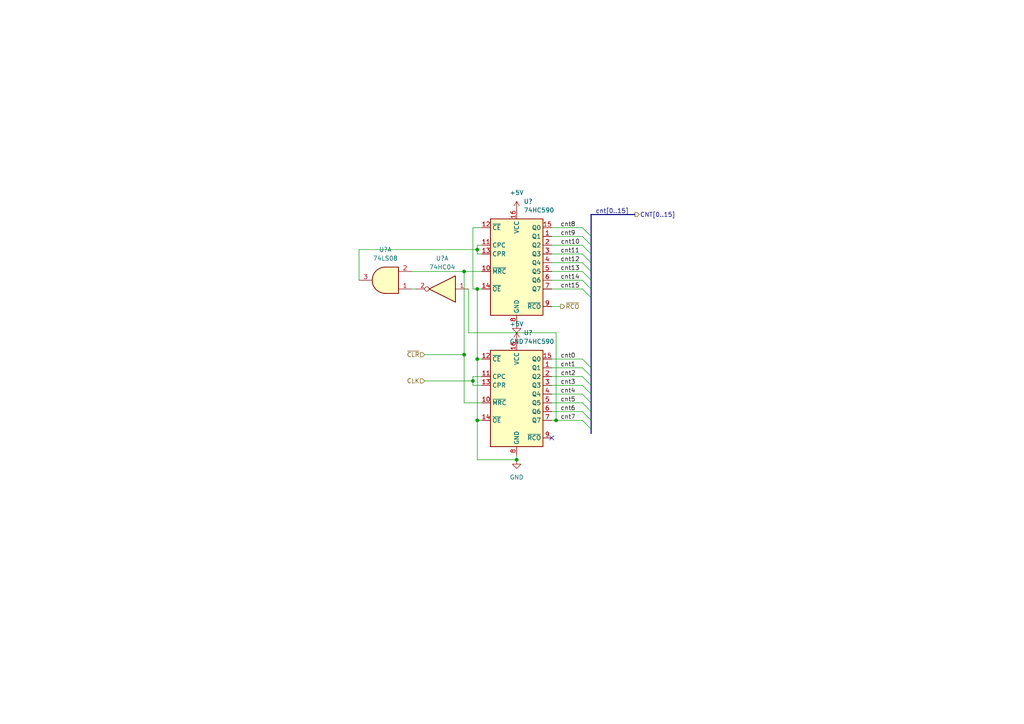
<source format=kicad_sch>
(kicad_sch (version 20211123) (generator eeschema)
  (paper "A4")
  (lib_symbols
    (symbol "74xx:74HC04"
      (property "Reference" "U" (at 0 1.27 0))
      (property "Value" "74HC04" (at 0 -1.27 0))
      (symbol "74HC04_1_0"
        (polyline (pts (xy -3.81 3.81) (xy -3.81 -3.81) (xy 3.81 0) (xy -3.81 3.81)) (stroke (width 0.254)) (fill (type background)))
        (pin input line (at -7.62 0 0) (length 3.81) (name "~") (number "1"))
        (pin output inverted (at 7.62 0 180) (length 3.81) (name "~") (number "2"))
      )
      (symbol "74HC04_2_0"
        (polyline (pts (xy -3.81 3.81) (xy -3.81 -3.81) (xy 3.81 0) (xy -3.81 3.81)) (stroke (width 0.254)) (fill (type background)))
        (pin input line (at -7.62 0 0) (length 3.81) (name "~") (number "3"))
        (pin output inverted (at 7.62 0 180) (length 3.81) (name "~") (number "4"))
      )
      (symbol "74HC04_3_0"
        (polyline (pts (xy -3.81 3.81) (xy -3.81 -3.81) (xy 3.81 0) (xy -3.81 3.81)) (stroke (width 0.254)) (fill (type background)))
        (pin input line (at -7.62 0 0) (length 3.81) (name "~") (number "5"))
        (pin output inverted (at 7.62 0 180) (length 3.81) (name "~") (number "6"))
      )
      (symbol "74HC04_4_0"
        (polyline (pts (xy -3.81 3.81) (xy -3.81 -3.81) (xy 3.81 0) (xy -3.81 3.81)) (stroke (width 0.254)) (fill (type background)))
        (pin output inverted (at 7.62 0 180) (length 3.81) (name "~") (number "8"))
        (pin input line (at -7.62 0 0) (length 3.81) (name "~") (number "9"))
      )
      (symbol "74HC04_5_0"
        (polyline (pts (xy -3.81 3.81) (xy -3.81 -3.81) (xy 3.81 0) (xy -3.81 3.81)) (stroke (width 0.254)) (fill (type background)))
        (pin output inverted (at 7.62 0 180) (length 3.81) (name "~") (number "10"))
        (pin input line (at -7.62 0 0) (length 3.81) (name "~") (number "11"))
      )
      (symbol "74HC04_6_0"
        (polyline (pts (xy -3.81 3.81) (xy -3.81 -3.81) (xy 3.81 0) (xy -3.81 3.81)) (stroke (width 0.254)) (fill (type background)))
        (pin output inverted (at 7.62 0 180) (length 3.81) (name "~") (number "12"))
        (pin input line (at -7.62 0 0) (length 3.81) (name "~") (number "13"))
      )
      (symbol "74HC04_7_0"
        (pin power_in line (at 0 12.7 270) (length 5.08) (name "VCC") (number "14"))
        (pin power_in line (at 0 -12.7 90) (length 5.08) (name "GND") (number "7"))
      )
      (symbol "74HC04_7_1"
        (rectangle (start -5.08 7.62) (end 5.08 -7.62) (stroke (width 0.254)) (fill (type background)))
      )
    )
    (symbol "74xx:74HC590"
      (property "Reference" "U" (at -7.62 16.51 0))
      (property "Value" "74HC590" (at -7.62 -13.97 0))
      (symbol "74HC590_1_0"
        (pin tri_state line (at 10.16 10.16 180) (length 2.54) (name "Q1") (number "1"))
        (pin input line (at -10.16 0 0) (length 2.54) (name "~{MRC}") (number "10"))
        (pin input line (at -10.16 7.62 0) (length 2.54) (name "CPC") (number "11"))
        (pin input line (at -10.16 12.7 0) (length 2.54) (name "~{CE}") (number "12"))
        (pin input line (at -10.16 5.08 0) (length 2.54) (name "CPR") (number "13"))
        (pin input line (at -10.16 -5.08 0) (length 2.54) (name "~{OE}") (number "14"))
        (pin tri_state line (at 10.16 12.7 180) (length 2.54) (name "Q0") (number "15"))
        (pin power_in line (at 0 17.78 270) (length 2.54) (name "VCC") (number "16"))
        (pin tri_state line (at 10.16 7.62 180) (length 2.54) (name "Q2") (number "2"))
        (pin tri_state line (at 10.16 5.08 180) (length 2.54) (name "Q3") (number "3"))
        (pin tri_state line (at 10.16 2.54 180) (length 2.54) (name "Q4") (number "4"))
        (pin tri_state line (at 10.16 0 180) (length 2.54) (name "Q5") (number "5"))
        (pin tri_state line (at 10.16 -2.54 180) (length 2.54) (name "Q6") (number "6"))
        (pin tri_state line (at 10.16 -5.08 180) (length 2.54) (name "Q7") (number "7"))
        (pin power_in line (at 0 -15.24 90) (length 2.54) (name "GND") (number "8"))
        (pin output line (at 10.16 -10.16 180) (length 2.54) (name "~{RCO}") (number "9"))
      )
      (symbol "74HC590_1_1"
        (rectangle (start -7.62 15.24) (end 7.62 -12.7) (stroke (width 0.254)) (fill (type background)))
      )
    )
    (symbol "74xx:74LS08" (pin_names (offset 1.016))
      (property "Reference" "U" (at 0 1.27 0))
      (property "Value" "74LS08" (at 0 -1.27 0))
      (symbol "74LS08_1_1"
        (arc (start 0 -3.81) (mid 3.81 0) (end 0 3.81) (stroke (width 0.254)) (fill (type background)))
        (polyline (pts (xy 0 3.81) (xy -3.81 3.81) (xy -3.81 -3.81) (xy 0 -3.81)) (stroke (width 0.254)) (fill (type background)))
        (pin input line (at -7.62 2.54 0) (length 3.81) (name "~") (number "1"))
        (pin input line (at -7.62 -2.54 0) (length 3.81) (name "~") (number "2"))
        (pin output line (at 7.62 0 180) (length 3.81) (name "~") (number "3"))
      )
      (symbol "74LS08_1_2"
        (arc (start -3.81 -3.81) (mid -2.589 0) (end -3.81 3.81) (stroke (width 0.254)))
        (arc (start -0.6096 -3.81) (mid 2.1842 -2.5851) (end 3.81 0) (stroke (width 0.254)) (fill (type background)))
        (polyline (pts (xy -3.81 -3.81) (xy -0.635 -3.81)) (stroke (width 0.254)) (fill (type background)))
        (polyline (pts (xy -3.81 3.81) (xy -0.635 3.81)) (stroke (width 0.254)) (fill (type background)))
        (polyline (pts (xy -0.635 3.81) (xy -3.81 3.81) (xy -3.81 3.81) (xy -3.556 3.4036) (xy -3.0226 2.2606) (xy -2.6924 1.0414) (xy -2.6162 -0.254) (xy -2.7686 -1.4986) (xy -3.175 -2.7178) (xy -3.81 -3.81) (xy -3.81 -3.81) (xy -0.635 -3.81)) (stroke (width -25.4)) (fill (type background)))
        (arc (start 3.81 0) (mid 2.1915 2.5936) (end -0.6096 3.81) (stroke (width 0.254)) (fill (type background)))
        (pin input inverted (at -7.62 2.54 0) (length 4.318) (name "~") (number "1"))
        (pin input inverted (at -7.62 -2.54 0) (length 4.318) (name "~") (number "2"))
        (pin output inverted (at 7.62 0 180) (length 3.81) (name "~") (number "3"))
      )
      (symbol "74LS08_2_1"
        (arc (start 0 -3.81) (mid 3.81 0) (end 0 3.81) (stroke (width 0.254)) (fill (type background)))
        (polyline (pts (xy 0 3.81) (xy -3.81 3.81) (xy -3.81 -3.81) (xy 0 -3.81)) (stroke (width 0.254)) (fill (type background)))
        (pin input line (at -7.62 2.54 0) (length 3.81) (name "~") (number "4"))
        (pin input line (at -7.62 -2.54 0) (length 3.81) (name "~") (number "5"))
        (pin output line (at 7.62 0 180) (length 3.81) (name "~") (number "6"))
      )
      (symbol "74LS08_2_2"
        (arc (start -3.81 -3.81) (mid -2.589 0) (end -3.81 3.81) (stroke (width 0.254)))
        (arc (start -0.6096 -3.81) (mid 2.1842 -2.5851) (end 3.81 0) (stroke (width 0.254)) (fill (type background)))
        (polyline (pts (xy -3.81 -3.81) (xy -0.635 -3.81)) (stroke (width 0.254)) (fill (type background)))
        (polyline (pts (xy -3.81 3.81) (xy -0.635 3.81)) (stroke (width 0.254)) (fill (type background)))
        (polyline (pts (xy -0.635 3.81) (xy -3.81 3.81) (xy -3.81 3.81) (xy -3.556 3.4036) (xy -3.0226 2.2606) (xy -2.6924 1.0414) (xy -2.6162 -0.254) (xy -2.7686 -1.4986) (xy -3.175 -2.7178) (xy -3.81 -3.81) (xy -3.81 -3.81) (xy -0.635 -3.81)) (stroke (width -25.4)) (fill (type background)))
        (arc (start 3.81 0) (mid 2.1915 2.5936) (end -0.6096 3.81) (stroke (width 0.254)) (fill (type background)))
        (pin input inverted (at -7.62 2.54 0) (length 4.318) (name "~") (number "4"))
        (pin input inverted (at -7.62 -2.54 0) (length 4.318) (name "~") (number "5"))
        (pin output inverted (at 7.62 0 180) (length 3.81) (name "~") (number "6"))
      )
      (symbol "74LS08_3_1"
        (arc (start 0 -3.81) (mid 3.81 0) (end 0 3.81) (stroke (width 0.254)) (fill (type background)))
        (polyline (pts (xy 0 3.81) (xy -3.81 3.81) (xy -3.81 -3.81) (xy 0 -3.81)) (stroke (width 0.254)) (fill (type background)))
        (pin input line (at -7.62 -2.54 0) (length 3.81) (name "~") (number "10"))
        (pin output line (at 7.62 0 180) (length 3.81) (name "~") (number "8"))
        (pin input line (at -7.62 2.54 0) (length 3.81) (name "~") (number "9"))
      )
      (symbol "74LS08_3_2"
        (arc (start -3.81 -3.81) (mid -2.589 0) (end -3.81 3.81) (stroke (width 0.254)))
        (arc (start -0.6096 -3.81) (mid 2.1842 -2.5851) (end 3.81 0) (stroke (width 0.254)) (fill (type background)))
        (polyline (pts (xy -3.81 -3.81) (xy -0.635 -3.81)) (stroke (width 0.254)) (fill (type background)))
        (polyline (pts (xy -3.81 3.81) (xy -0.635 3.81)) (stroke (width 0.254)) (fill (type background)))
        (polyline (pts (xy -0.635 3.81) (xy -3.81 3.81) (xy -3.81 3.81) (xy -3.556 3.4036) (xy -3.0226 2.2606) (xy -2.6924 1.0414) (xy -2.6162 -0.254) (xy -2.7686 -1.4986) (xy -3.175 -2.7178) (xy -3.81 -3.81) (xy -3.81 -3.81) (xy -0.635 -3.81)) (stroke (width -25.4)) (fill (type background)))
        (arc (start 3.81 0) (mid 2.1915 2.5936) (end -0.6096 3.81) (stroke (width 0.254)) (fill (type background)))
        (pin input inverted (at -7.62 -2.54 0) (length 4.318) (name "~") (number "10"))
        (pin output inverted (at 7.62 0 180) (length 3.81) (name "~") (number "8"))
        (pin input inverted (at -7.62 2.54 0) (length 4.318) (name "~") (number "9"))
      )
      (symbol "74LS08_4_1"
        (arc (start 0 -3.81) (mid 3.81 0) (end 0 3.81) (stroke (width 0.254)) (fill (type background)))
        (polyline (pts (xy 0 3.81) (xy -3.81 3.81) (xy -3.81 -3.81) (xy 0 -3.81)) (stroke (width 0.254)) (fill (type background)))
        (pin output line (at 7.62 0 180) (length 3.81) (name "~") (number "11"))
        (pin input line (at -7.62 2.54 0) (length 3.81) (name "~") (number "12"))
        (pin input line (at -7.62 -2.54 0) (length 3.81) (name "~") (number "13"))
      )
      (symbol "74LS08_4_2"
        (arc (start -3.81 -3.81) (mid -2.589 0) (end -3.81 3.81) (stroke (width 0.254)))
        (arc (start -0.6096 -3.81) (mid 2.1842 -2.5851) (end 3.81 0) (stroke (width 0.254)) (fill (type background)))
        (polyline (pts (xy -3.81 -3.81) (xy -0.635 -3.81)) (stroke (width 0.254)) (fill (type background)))
        (polyline (pts (xy -3.81 3.81) (xy -0.635 3.81)) (stroke (width 0.254)) (fill (type background)))
        (polyline (pts (xy -0.635 3.81) (xy -3.81 3.81) (xy -3.81 3.81) (xy -3.556 3.4036) (xy -3.0226 2.2606) (xy -2.6924 1.0414) (xy -2.6162 -0.254) (xy -2.7686 -1.4986) (xy -3.175 -2.7178) (xy -3.81 -3.81) (xy -3.81 -3.81) (xy -0.635 -3.81)) (stroke (width -25.4)) (fill (type background)))
        (arc (start 3.81 0) (mid 2.1915 2.5936) (end -0.6096 3.81) (stroke (width 0.254)) (fill (type background)))
        (pin output inverted (at 7.62 0 180) (length 3.81) (name "~") (number "11"))
        (pin input inverted (at -7.62 2.54 0) (length 4.318) (name "~") (number "12"))
        (pin input inverted (at -7.62 -2.54 0) (length 4.318) (name "~") (number "13"))
      )
      (symbol "74LS08_5_0"
        (pin power_in line (at 0 12.7 270) (length 5.08) (name "VCC") (number "14"))
        (pin power_in line (at 0 -12.7 90) (length 5.08) (name "GND") (number "7"))
      )
      (symbol "74LS08_5_1"
        (rectangle (start -5.08 7.62) (end 5.08 -7.62) (stroke (width 0.254)) (fill (type background)))
      )
    )
    (symbol "power:+5V" (power) (pin_names (offset 0))
      (property "Value" "+5V" (at 0 3.556 0))
      (symbol "+5V_0_1"
        (polyline (pts (xy -0.762 1.27) (xy 0 2.54)))
        (polyline (pts (xy 0 0) (xy 0 2.54)))
        (polyline (pts (xy 0 2.54) (xy 0.762 1.27)))
      )
      (symbol "+5V_1_1"
        (pin power_in line (at 0 0 90) (length 0) hide (name "+5V") (number "1"))
      )
    )
    (symbol "power:GND" (power) (pin_names (offset 0))
      (property "Value" "GND" (at 0 -3.81 0))
      (symbol "GND_0_1"
        (polyline (pts (xy 0 0) (xy 0 -1.27) (xy 1.27 -1.27) (xy 0 -2.54) (xy -1.27 -1.27) (xy 0 -1.27)))
      )
      (symbol "GND_1_1"
        (pin power_in line (at 0 0 270) (length 0) hide (name "GND") (number "1"))
      )
    )
  )
  (junction (at 138.43 72.39))
  (junction (at 138.43 83.82))
  (junction (at 134.62 102.87))
  (junction (at 138.43 104.14))
  (junction (at 138.43 121.92))
  (junction (at 161.29 121.92))
  (junction (at 137.16 110.49))
  (junction (at 134.62 78.74))
  (junction (at 149.86 133.35))
  (no_connect (at 160.02 127))
  (bus_entry (at 168.91 109.22) (size 2.54 2.54))
  (bus_entry (at 168.91 78.74) (size 2.54 2.54))
  (bus_entry (at 168.91 116.84) (size 2.54 2.54))
  (bus_entry (at 168.91 81.28) (size 2.54 2.54))
  (bus_entry (at 168.91 76.2) (size 2.54 2.54))
  (bus_entry (at 168.91 73.66) (size 2.54 2.54))
  (bus_entry (at 168.91 71.12) (size 2.54 2.54))
  (bus_entry (at 168.91 121.92) (size 2.54 2.54))
  (bus_entry (at 168.91 119.38) (size 2.54 2.54))
  (bus_entry (at 168.91 106.68) (size 2.54 2.54))
  (bus_entry (at 168.91 104.14) (size 2.54 2.54))
  (bus_entry (at 168.91 66.04) (size 2.54 2.54))
  (bus_entry (at 168.91 68.58) (size 2.54 2.54))
  (bus_entry (at 168.91 83.82) (size 2.54 2.54))
  (bus_entry (at 168.91 114.3) (size 2.54 2.54))
  (bus_entry (at 168.91 111.76) (size 2.54 2.54))
  (bus (pts (xy 171.45 71.12) (xy 171.45 68.58)))
  (wire (pts (xy 149.86 133.35) (xy 138.43 133.35)))
  (wire (pts (xy 160.02 81.28) (xy 168.91 81.28)))
  (wire (pts (xy 134.62 102.87) (xy 134.62 116.84)))
  (wire (pts (xy 137.16 111.76) (xy 137.16 110.49)))
  (wire (pts (xy 134.62 102.87) (xy 134.62 78.74)))
  (bus (pts (xy 171.45 81.28) (xy 171.45 78.74)))
  (wire (pts (xy 138.43 83.82) (xy 137.16 83.82)))
  (wire (pts (xy 160.02 114.3) (xy 168.91 114.3)))
  (wire (pts (xy 137.16 83.82) (xy 137.16 66.04)))
  (wire (pts (xy 160.02 119.38) (xy 168.91 119.38)))
  (bus (pts (xy 171.45 119.38) (xy 171.45 121.92)))
  (wire (pts (xy 138.43 71.12) (xy 139.7 71.12)))
  (wire (pts (xy 138.43 121.92) (xy 139.7 121.92)))
  (wire (pts (xy 160.02 111.76) (xy 168.91 111.76)))
  (wire (pts (xy 138.43 83.82) (xy 139.7 83.82)))
  (wire (pts (xy 137.16 110.49) (xy 137.16 109.22)))
  (wire (pts (xy 134.62 78.74) (xy 139.7 78.74)))
  (bus (pts (xy 171.45 109.22) (xy 171.45 111.76)))
  (bus (pts (xy 171.45 78.74) (xy 171.45 76.2)))
  (wire (pts (xy 138.43 72.39) (xy 138.43 73.66)))
  (wire (pts (xy 160.02 78.74) (xy 168.91 78.74)))
  (wire (pts (xy 123.19 110.49) (xy 137.16 110.49)))
  (wire (pts (xy 138.43 73.66) (xy 139.7 73.66)))
  (wire (pts (xy 160.02 71.12) (xy 168.91 71.12)))
  (wire (pts (xy 119.38 78.74) (xy 134.62 78.74)))
  (bus (pts (xy 171.45 76.2) (xy 171.45 73.66)))
  (wire (pts (xy 119.38 83.82) (xy 120.65 83.82)))
  (bus (pts (xy 171.45 125.73) (xy 171.45 124.46)))
  (wire (pts (xy 160.02 66.04) (xy 168.91 66.04)))
  (wire (pts (xy 161.29 121.92) (xy 168.91 121.92)))
  (wire (pts (xy 160.02 83.82) (xy 168.91 83.82)))
  (bus (pts (xy 171.45 68.58) (xy 171.45 62.23)))
  (bus (pts (xy 171.45 121.92) (xy 171.45 124.46)))
  (wire (pts (xy 138.43 133.35) (xy 138.43 121.92)))
  (wire (pts (xy 138.43 104.14) (xy 139.7 104.14)))
  (wire (pts (xy 160.02 73.66) (xy 168.91 73.66)))
  (wire (pts (xy 160.02 106.68) (xy 168.91 106.68)))
  (wire (pts (xy 134.62 116.84) (xy 139.7 116.84)))
  (wire (pts (xy 138.43 121.92) (xy 138.43 104.14)))
  (wire (pts (xy 160.02 104.14) (xy 168.91 104.14)))
  (bus (pts (xy 171.45 114.3) (xy 171.45 116.84)))
  (bus (pts (xy 171.45 111.76) (xy 171.45 114.3)))
  (wire (pts (xy 123.19 102.87) (xy 134.62 102.87)))
  (wire (pts (xy 160.02 76.2) (xy 168.91 76.2)))
  (wire (pts (xy 137.16 109.22) (xy 139.7 109.22)))
  (wire (pts (xy 104.14 81.28) (xy 104.14 72.39)))
  (bus (pts (xy 171.45 83.82) (xy 171.45 81.28)))
  (bus (pts (xy 171.45 86.36) (xy 171.45 83.82)))
  (wire (pts (xy 149.86 132.08) (xy 149.86 133.35)))
  (wire (pts (xy 135.89 96.52) (xy 161.29 96.52)))
  (wire (pts (xy 160.02 116.84) (xy 168.91 116.84)))
  (wire (pts (xy 138.43 104.14) (xy 138.43 83.82)))
  (bus (pts (xy 171.45 116.84) (xy 171.45 119.38)))
  (wire (pts (xy 135.89 83.82) (xy 135.89 96.52)))
  (wire (pts (xy 139.7 111.76) (xy 137.16 111.76)))
  (wire (pts (xy 160.02 109.22) (xy 168.91 109.22)))
  (bus (pts (xy 171.45 62.23) (xy 184.15 62.23)))
  (wire (pts (xy 138.43 72.39) (xy 138.43 71.12)))
  (bus (pts (xy 171.45 86.36) (xy 171.45 106.68)))
  (wire (pts (xy 104.14 72.39) (xy 138.43 72.39)))
  (wire (pts (xy 160.02 88.9) (xy 162.56 88.9)))
  (wire (pts (xy 160.02 121.92) (xy 161.29 121.92)))
  (bus (pts (xy 171.45 106.68) (xy 171.45 109.22)))
  (wire (pts (xy 161.29 96.52) (xy 161.29 121.92)))
  (wire (pts (xy 137.16 66.04) (xy 139.7 66.04)))
  (bus (pts (xy 171.45 73.66) (xy 171.45 71.12)))
  (wire (pts (xy 160.02 68.58) (xy 168.91 68.58)))
  (label "cnt11" (at 162.56 73.66 0))
  (label "cnt6" (at 162.56 119.38 0))
  (label "cnt13" (at 162.56 78.74 0))
  (label "cnt12" (at 162.56 76.2 0))
  (label "cnt[0..15]" (at 172.72 62.23 0))
  (label "cnt3" (at 162.56 111.76 0))
  (label "cnt4" (at 162.56 114.3 0))
  (label "cnt2" (at 162.6114 109.22 0))
  (label "cnt15" (at 162.56 83.82 0))
  (label "cnt8" (at 162.56 66.04 0))
  (label "cnt7" (at 162.56 121.92 0))
  (label "cnt1" (at 162.56 106.68 0))
  (label "cnt9" (at 162.56 68.58 0))
  (label "cnt5" (at 162.56 116.84 0))
  (label "cnt10" (at 162.6114 71.12 0))
  (label "cnt14" (at 162.56 81.28 0))
  (label "cnt0" (at 162.56 104.14 0))
  (hierarchical_label "CNT[0..15]" (shape output) (at 184.15 62.23 0))
  (hierarchical_label "~{RCO}" (shape output) (at 162.56 88.9 0))
  (hierarchical_label "CLK" (shape input) (at 123.19 110.49 180))
  (hierarchical_label "~{CLR}" (shape input) (at 123.19 102.87 180))
  (symbol (lib_id "power:GND") (at 149.86 93.98 0) (unit 1)
    (property "Reference" "#PWR?" (effects hide))
    (property "Value" "GND" (at 149.86 99.06 0))
  )
  (symbol (lib_id "power:+5V") (at 149.86 60.96 0) (unit 1)
    (property "Reference" "#PWR?" (effects hide))
    (property "Value" "+5V" (at 149.86 55.88 0))
  )
  (symbol (lib_id "power:GND") (at 149.86 133.35 0) (unit 1)
    (property "Reference" "#PWR?" (effects hide))
    (property "Value" "GND" (at 149.86 138.43 0))
  )
  (symbol (lib_id "74xx:74HC590") (at 149.86 116.84 0) (unit 1)
    (property "Reference" "U?" (at 151.8794 96.52 0) (effects (justify left)))
    (property "Value" "74HC590" (at 151.8794 99.06 0) (effects (justify left)))
    (property "Datasheet" "https://assets.nexperia.com/documents/data-sheet/74HC590.pdf" (effects hide))
  )
  (symbol (lib_id "74xx:74HC590") (at 149.86 78.74 0) (unit 1)
    (property "Reference" "U?" (at 151.8794 58.42 0) (effects (justify left)))
    (property "Value" "74HC590" (at 151.8794 60.96 0) (effects (justify left)))
    (property "Datasheet" "https://assets.nexperia.com/documents/data-sheet/74HC590.pdf" (effects hide))
  )
  (symbol (lib_id "74xx:74HC04") (at 128.27 83.82 180) (unit 1)
    (property "Reference" "U?" (at 128.27 74.9301 0))
    (property "Value" "74HC04" (at 128.27 77.4701 0))
    (property "Datasheet" "https://assets.nexperia.com/documents/data-sheet/74HC_HCT04.pdf" (effects hide))
  )
  (symbol (lib_id "power:+5V") (at 149.86 99.06 0) (unit 1)
    (property "Reference" "#PWR?" (effects hide))
    (property "Value" "+5V" (at 149.86 93.98 0))
  )
  (symbol (lib_id "74xx:74LS08") (at 111.76 81.28 180) (unit 1)
    (property "Reference" "U?" (at 111.76 72.39 0))
    (property "Value" "74LS08" (at 111.76 74.93 0))
    (property "Datasheet" "http://www.ti.com/lit/gpn/sn74LS08" (effects hide))
  )
)
</source>
